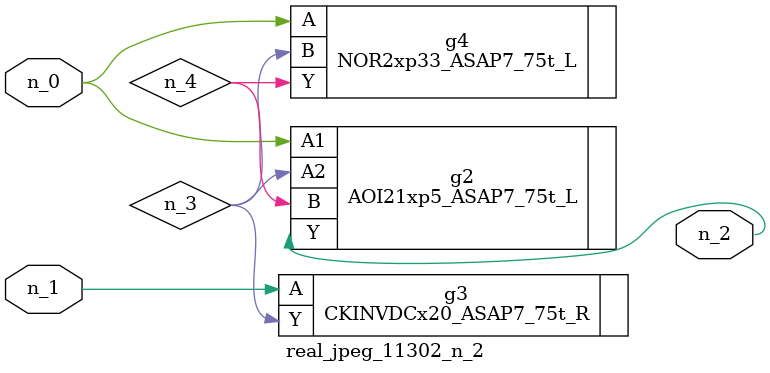
<source format=v>
module real_jpeg_11302_n_2 (n_1, n_0, n_2);

input n_1;
input n_0;

output n_2;

wire n_4;
wire n_3;

AOI21xp5_ASAP7_75t_L g2 ( 
.A1(n_0),
.A2(n_3),
.B(n_4),
.Y(n_2)
);

NOR2xp33_ASAP7_75t_L g4 ( 
.A(n_0),
.B(n_3),
.Y(n_4)
);

CKINVDCx20_ASAP7_75t_R g3 ( 
.A(n_1),
.Y(n_3)
);


endmodule
</source>
